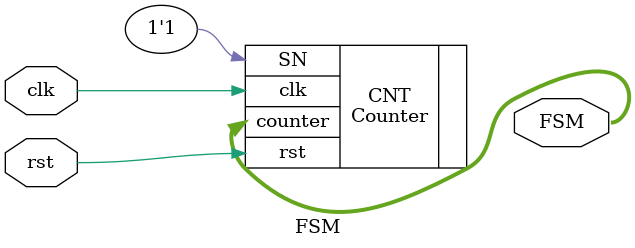
<source format=v>
`timescale 1ns / 1ps
module FSM
(
	input clk,
	input rst,
	output [6:0] FSM
);

/*always @(posedge clk) begin
	if (rst)	FSM <= 0;
	else	FSM <= FSM+1;
end*/

Counter CNT (
	.clk(clk),
	.rst(rst),
	.SN(1'b1),
	.counter(FSM)
	);

endmodule

</source>
